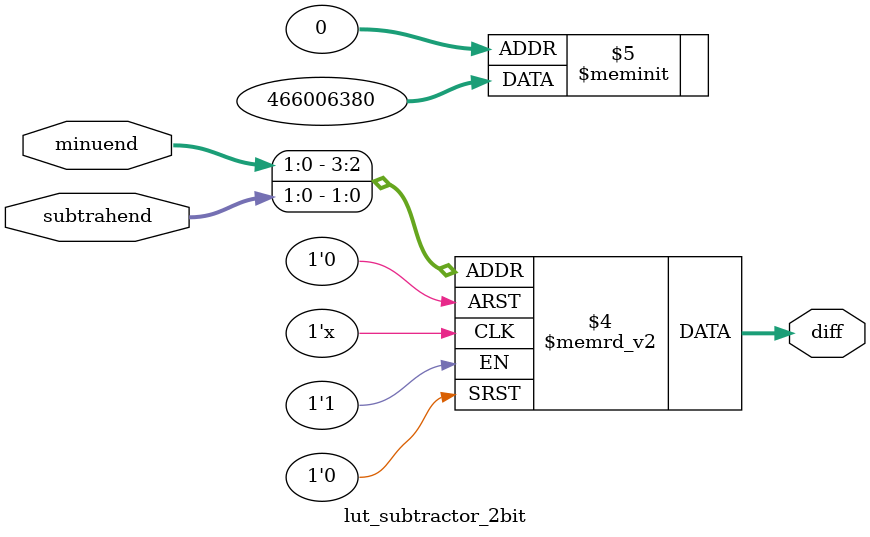
<source format=sv>
module expr_tree #(parameter DW=8) (
    input  [DW-1:0] a,
    input  [DW-1:0] b,
    input  [DW-1:0] c,
    input  [1:0]    op,
    output reg [DW-1:0] out
);
    wire [1:0] a_sub_b_2bit;
    lut_subtractor_2bit u_lut_subtractor_2bit (
        .minuend(a[1:0]),
        .subtrahend(b[1:0]),
        .diff(a_sub_b_2bit)
    );

    wire [DW-1:0] sub_res;
    assign sub_res = { {(DW-2){1'b0}}, a_sub_b_2bit }; // Zero-extend to DW bits

    always @* begin
        case (op)
            2'b00: begin
                out = a + (b * c);
            end
            2'b01: begin
                out = (sub_res) << c;
            end
            2'b10: begin
                if (a > b) begin
                    out = c;
                end else begin
                    out = a;
                end
            end
            default: begin
                out = a ^ b ^ c;
            end
        endcase
    end
endmodule

module lut_subtractor_2bit (
    input  [1:0] minuend,
    input  [1:0] subtrahend,
    output reg [1:0] diff
);
    always @* begin
        case ({minuend, subtrahend})
            4'b0000: diff = 2'b00; // 0 - 0 = 0
            4'b0001: diff = 2'b11; // 0 - 1 = -1 (2'b11)
            4'b0010: diff = 2'b10; // 0 - 2 = -2 (2'b10)
            4'b0011: diff = 2'b01; // 0 - 3 = -3 (2'b01)
            4'b0100: diff = 2'b01; // 1 - 0 = 1
            4'b0101: diff = 2'b00; // 1 - 1 = 0
            4'b0110: diff = 2'b11; // 1 - 2 = -1 (2'b11)
            4'b0111: diff = 2'b10; // 1 - 3 = -2 (2'b10)
            4'b1000: diff = 2'b10; // 2 - 0 = 2
            4'b1001: diff = 2'b01; // 2 - 1 = 1
            4'b1010: diff = 2'b00; // 2 - 2 = 0
            4'b1011: diff = 2'b11; // 2 - 3 = -1 (2'b11)
            4'b1100: diff = 2'b11; // 3 - 0 = 3
            4'b1101: diff = 2'b10; // 3 - 1 = 2
            4'b1110: diff = 2'b01; // 3 - 2 = 1
            4'b1111: diff = 2'b00; // 3 - 3 = 0
            default: diff = 2'b00;
        endcase
    end
endmodule
</source>
